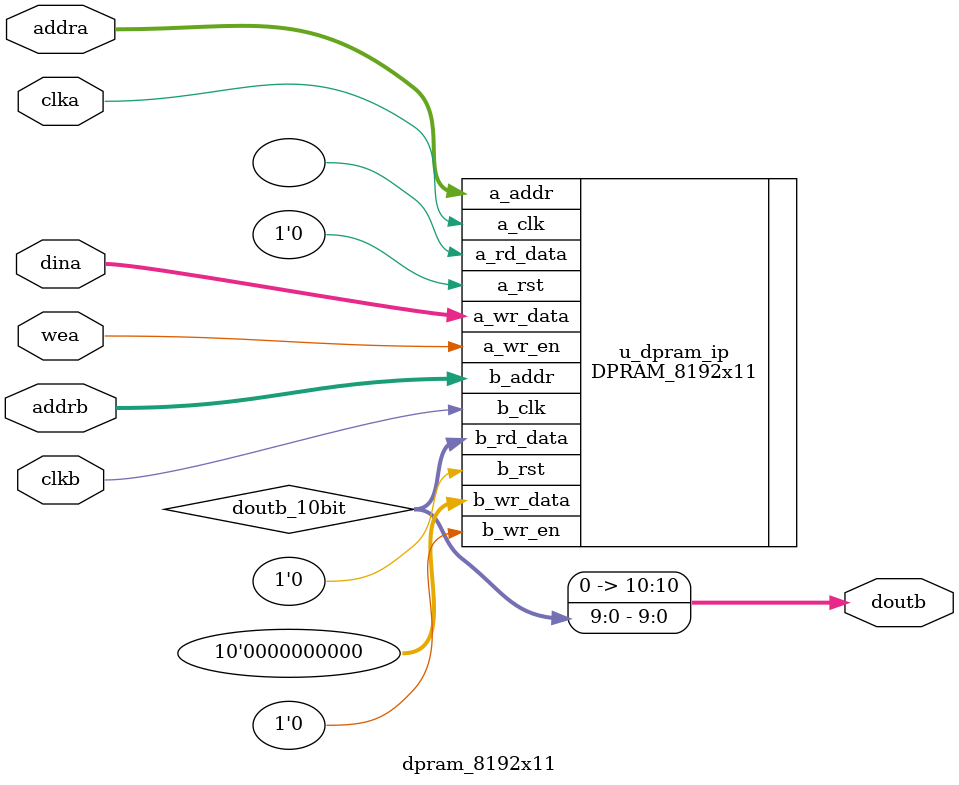
<source format=v>

module dpram_8192x11 (
    // Port A - 写端口 (FFT时钟域)
    input  wire         clka,
    input  wire         wea,            // 写使能
    input  wire [12:0]  addra,          // 写地址（8192需要13位）
    input  wire [9:0]   dina,           // 写数据（10位）
    
    // Port B - 读端口 (HDMI时钟域)
    input  wire         clkb,
    input  wire [12:0]  addrb,          // 读地址（8192需要13位）
    output wire [10:0]  doutb           // 读数据（11位，最高位填0）
);

//=============================================================================
// DRM Based Dual Port RAM IP核实例化 - 8192x10配置
//=============================================================================
wire [9:0] doutb_10bit;  // 10位输出

DPRAM_8192x11 u_dpram_ip (
    // Port A (写端口)
    .a_clk      (clka),
    .a_rst      (1'b0),                 // 不使用复位
    .a_addr     (addra),
    .a_wr_data  (dina),
    .a_wr_en    (wea),
    .a_rd_data  (),                     // 不使用Port A读功能
    
    // Port B (读端口)
    .b_clk      (clkb),
    .b_rst      (1'b0),                 // 不使用复位
    .b_addr     (addrb),
    .b_wr_data  (10'h000),              // 不使用
    .b_wr_en    (1'b0),                 // 只读端口
    .b_rd_data  (doutb_10bit)
);

// 扩展到11位（高位补0，保持接口兼容性）
assign doutb = {1'b0, doutb_10bit};

endmodule

</source>
